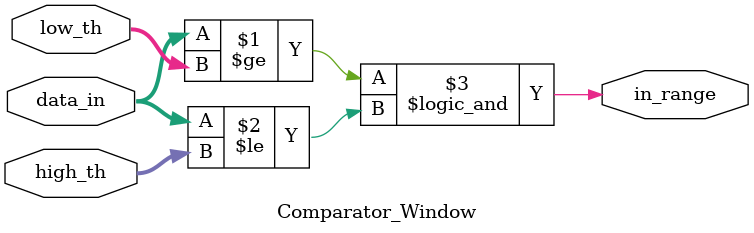
<source format=sv>
module Comparator_Window #(parameter WIDTH = 10) (
    input  [WIDTH-1:0] data_in,
    input  [WIDTH-1:0] low_th,
    input  [WIDTH-1:0] high_th,
    output             in_range
);
    assign in_range = (data_in >= low_th) && 
                     (data_in <= high_th);
endmodule
</source>
